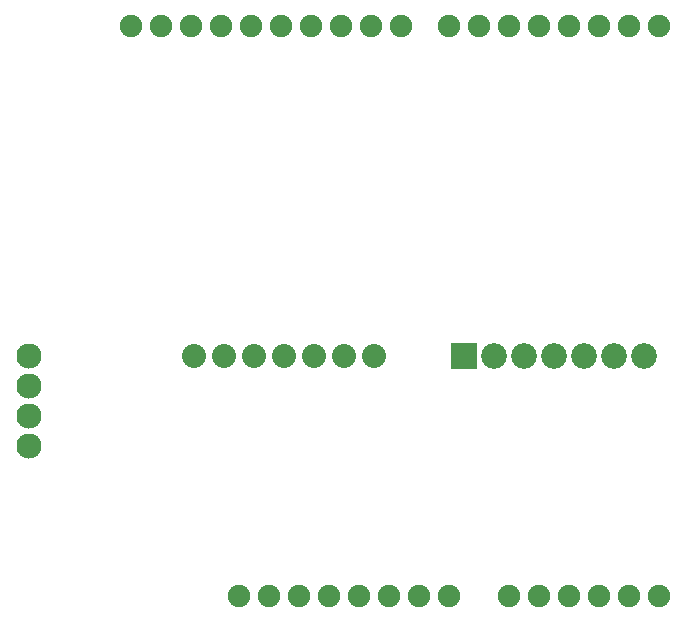
<source format=gbs>
G04 MADE WITH FRITZING*
G04 WWW.FRITZING.ORG*
G04 DOUBLE SIDED*
G04 HOLES PLATED*
G04 CONTOUR ON CENTER OF CONTOUR VECTOR*
%ASAXBY*%
%FSLAX23Y23*%
%MOIN*%
%OFA0B0*%
%SFA1.0B1.0*%
%ADD10C,0.075278*%
%ADD11C,0.080000*%
%ADD12C,0.086000*%
%ADD13C,0.083889*%
%ADD14R,0.086000X0.086000*%
%LNMASK0*%
G90*
G70*
G54D10*
X2094Y104D03*
X2194Y104D03*
X2294Y104D03*
X2394Y104D03*
X2494Y104D03*
X1634Y2004D03*
X1534Y2004D03*
X1434Y2004D03*
X1334Y2004D03*
X1234Y2004D03*
X1134Y2004D03*
X1034Y2004D03*
X934Y2004D03*
X834Y2004D03*
X734Y2004D03*
X2494Y2004D03*
X2394Y2004D03*
X2294Y2004D03*
X2194Y2004D03*
X2094Y2004D03*
X1994Y2004D03*
X1894Y2004D03*
X1794Y2004D03*
X1194Y104D03*
X1094Y104D03*
X1294Y104D03*
X1394Y104D03*
X1494Y104D03*
X1594Y104D03*
X1694Y104D03*
X1794Y104D03*
X1994Y104D03*
G54D11*
X944Y904D03*
X1044Y904D03*
X1144Y904D03*
X1244Y904D03*
X1344Y904D03*
X1444Y904D03*
X1544Y904D03*
G54D12*
X1844Y904D03*
X1944Y904D03*
X2044Y904D03*
X2144Y904D03*
X2244Y904D03*
X2344Y904D03*
X2444Y904D03*
G54D13*
X394Y604D03*
X394Y704D03*
X394Y804D03*
X394Y904D03*
G54D14*
X1844Y904D03*
G04 End of Mask0*
M02*
</source>
